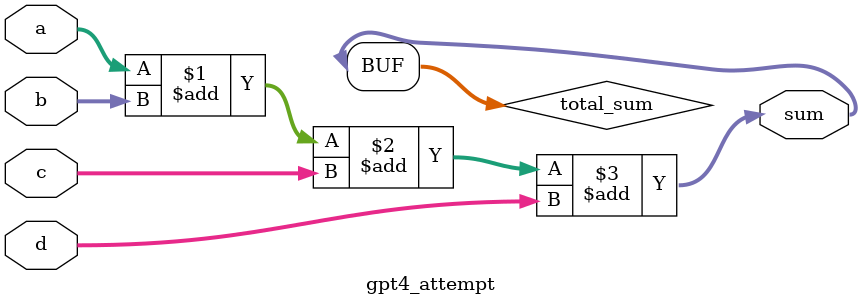
<source format=v>
module gpt4_attempt(
    input [7:0] a,
    input [7:0] b,
    input [7:0] c,
    input [7:0] d,
    output [9:0] sum  // Output to accommodate possible overflow
);

    // Directly calculate the sum of all four inputs
    wire [9:0] total_sum;

    // Calculate sum of a, b, c, and d
    assign total_sum = a + b + c + d;

    // Output the final sum, fitting within the maximum output size
    assign sum = total_sum;

endmodule

</source>
